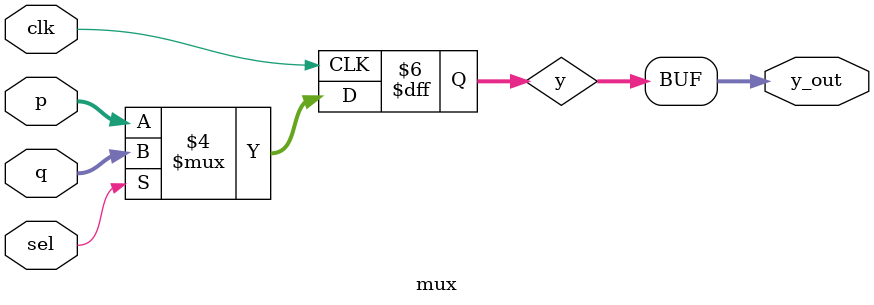
<source format=v>
`timescale 1ns / 1ps
module mux(
p,
q,
sel,
clk,
y_out
    );

input sel;
input clk;
input wire [7:0] p;
input wire [7:0] q;
reg [7:0] y;
output wire [7:0] y_out;

always @(posedge clk)
begin
	if(sel == 0)
		y <=p;
	else
		y <=q;
end

assign y_out = y;


endmodule

</source>
